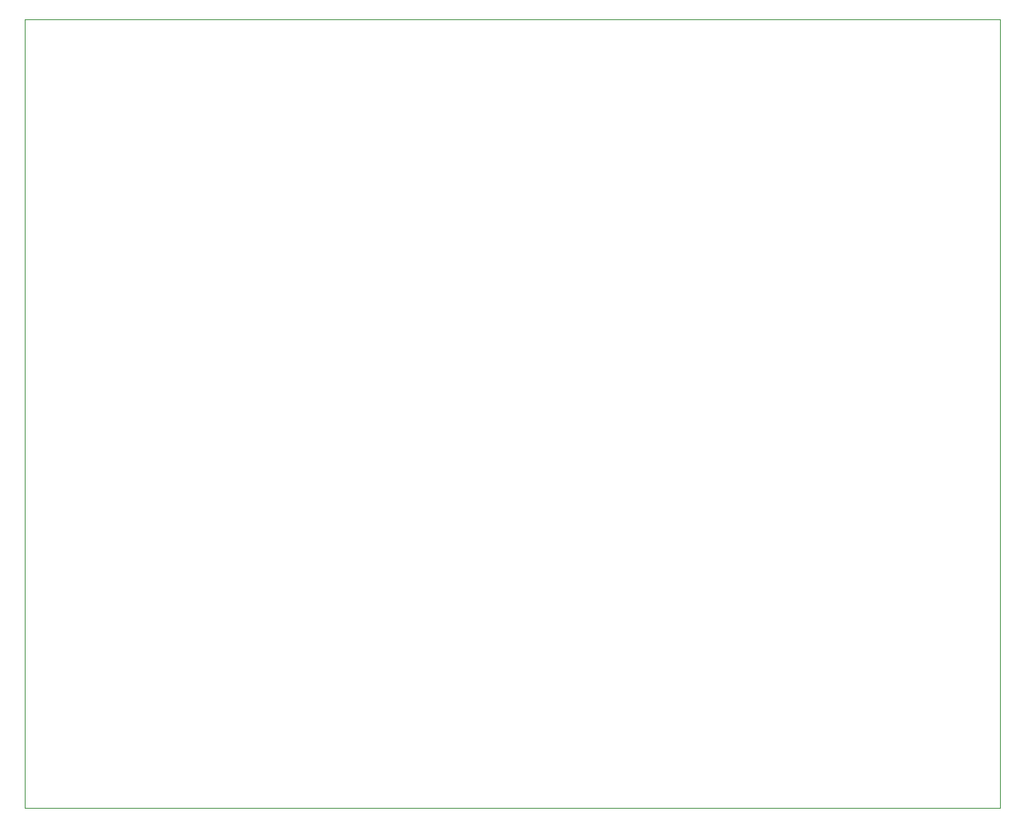
<source format=gm1>
%TF.GenerationSoftware,KiCad,Pcbnew,9.0.0*%
%TF.CreationDate,2025-03-08T00:29:08-08:00*%
%TF.ProjectId,remote,72656d6f-7465-42e6-9b69-6361645f7063,v0.1*%
%TF.SameCoordinates,Original*%
%TF.FileFunction,Profile,NP*%
%FSLAX46Y46*%
G04 Gerber Fmt 4.6, Leading zero omitted, Abs format (unit mm)*
G04 Created by KiCad (PCBNEW 9.0.0) date 2025-03-08 00:29:08*
%MOMM*%
%LPD*%
G01*
G04 APERTURE LIST*
%TA.AperFunction,Profile*%
%ADD10C,0.050000*%
%TD*%
G04 APERTURE END LIST*
D10*
X93980000Y-60960000D02*
X200660000Y-60960000D01*
X200660000Y-147320000D01*
X93980000Y-147320000D01*
X93980000Y-60960000D01*
M02*

</source>
